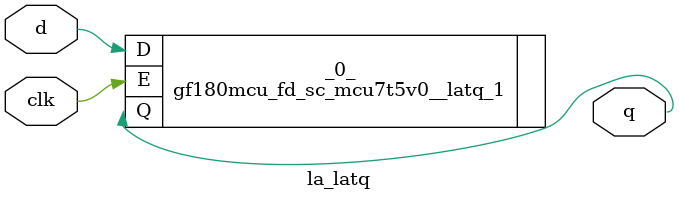
<source format=v>

/* Generated by Yosys 0.44 (git sha1 80ba43d26, g++ 11.4.0-1ubuntu1~22.04 -fPIC -O3) */

(* top =  1  *)
(* src = "generated" *)
(* keep_hierarchy *)
module la_latq (
    d,
    clk,
    q
);
  (* src = "generated" *)
  input clk;
  wire clk;
  (* src = "generated" *)
  input d;
  wire d;
  (* src = "generated" *)
  output q;
  wire q;
  (* module_not_derived = 32'b00000000000000000000000000000001 *) (* src = "generated" *)
  gf180mcu_fd_sc_mcu7t5v0__latq_1 _0_ (
      .D(d),
      .E(clk),
      .Q(q)
  );
endmodule

</source>
